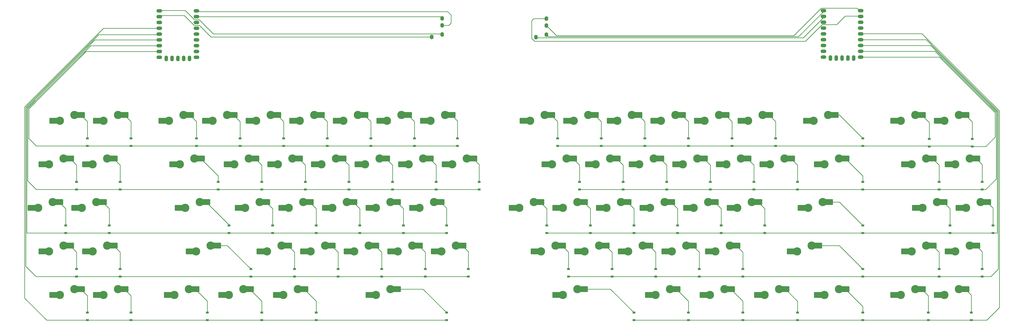
<source format=gbr>
G04 #@! TF.GenerationSoftware,KiCad,Pcbnew,8.0.1*
G04 #@! TF.CreationDate,2024-04-01T00:03:47+00:00*
G04 #@! TF.ProjectId,SplitSync,53706c69-7453-4796-9e63-2e6b69636164,rev?*
G04 #@! TF.SameCoordinates,Original*
G04 #@! TF.FileFunction,Copper,L2,Bot*
G04 #@! TF.FilePolarity,Positive*
%FSLAX46Y46*%
G04 Gerber Fmt 4.6, Leading zero omitted, Abs format (unit mm)*
G04 Created by KiCad (PCBNEW 8.0.1) date 2024-04-01 00:03:47*
%MOMM*%
%LPD*%
G01*
G04 APERTURE LIST*
G04 Aperture macros list*
%AMRoundRect*
0 Rectangle with rounded corners*
0 $1 Rounding radius*
0 $2 $3 $4 $5 $6 $7 $8 $9 X,Y pos of 4 corners*
0 Add a 4 corners polygon primitive as box body*
4,1,4,$2,$3,$4,$5,$6,$7,$8,$9,$2,$3,0*
0 Add four circle primitives for the rounded corners*
1,1,$1+$1,$2,$3*
1,1,$1+$1,$4,$5*
1,1,$1+$1,$6,$7*
1,1,$1+$1,$8,$9*
0 Add four rect primitives between the rounded corners*
20,1,$1+$1,$2,$3,$4,$5,0*
20,1,$1+$1,$4,$5,$6,$7,0*
20,1,$1+$1,$6,$7,$8,$9,0*
20,1,$1+$1,$8,$9,$2,$3,0*%
G04 Aperture macros list end*
G04 #@! TA.AperFunction,SMDPad,CuDef*
%ADD10RoundRect,0.250000X-1.525000X-1.000000X1.525000X-1.000000X1.525000X1.000000X-1.525000X1.000000X0*%
G04 #@! TD*
G04 #@! TA.AperFunction,ComponentPad*
%ADD11C,3.600000*%
G04 #@! TD*
G04 #@! TA.AperFunction,ComponentPad*
%ADD12O,1.600000X2.000000*%
G04 #@! TD*
G04 #@! TA.AperFunction,ComponentPad*
%ADD13O,2.500000X1.500000*%
G04 #@! TD*
G04 #@! TA.AperFunction,ComponentPad*
%ADD14O,1.500000X2.500000*%
G04 #@! TD*
G04 #@! TA.AperFunction,SMDPad,CuDef*
%ADD15R,1.200000X0.900000*%
G04 #@! TD*
G04 #@! TA.AperFunction,Conductor*
%ADD16C,0.250000*%
G04 #@! TD*
G04 APERTURE END LIST*
D10*
X424931250Y-152300000D03*
D11*
X427706250Y-152300000D03*
X434056250Y-149760000D03*
D10*
X436836250Y-149760000D03*
X441598750Y-225960000D03*
D11*
X438818750Y-225960000D03*
X432468750Y-228500000D03*
D10*
X429693750Y-228500000D03*
X415405000Y-225960000D03*
D11*
X412625000Y-225960000D03*
X406275000Y-228500000D03*
D10*
X403500000Y-228500000D03*
X391592500Y-225960000D03*
D11*
X388812500Y-225960000D03*
X382462500Y-228500000D03*
D10*
X379687500Y-228500000D03*
X367780000Y-225960000D03*
D11*
X365000000Y-225960000D03*
X358650000Y-228500000D03*
D10*
X355875000Y-228500000D03*
X327298750Y-225960000D03*
D11*
X324518750Y-225960000D03*
X318168750Y-228500000D03*
D10*
X315393750Y-228500000D03*
X245636500Y-225960000D03*
D11*
X242856500Y-225960000D03*
X236506500Y-228500000D03*
D10*
X233731500Y-228500000D03*
X205155250Y-225960000D03*
D11*
X202375250Y-225960000D03*
X196025250Y-228500000D03*
D10*
X193250250Y-228500000D03*
X181342750Y-225960000D03*
D11*
X178562750Y-225960000D03*
X172212750Y-228500000D03*
D10*
X169437750Y-228500000D03*
X157530250Y-225960000D03*
D11*
X154750250Y-225960000D03*
X148400250Y-228500000D03*
D10*
X145625250Y-228500000D03*
X429692500Y-206910000D03*
D11*
X426912500Y-206910000D03*
X420562500Y-209450000D03*
D10*
X417787500Y-209450000D03*
X167055250Y-206910000D03*
D11*
X164275250Y-206910000D03*
X157925250Y-209450000D03*
D10*
X155150250Y-209450000D03*
X434455000Y-187860000D03*
D11*
X431675000Y-187860000D03*
X425325000Y-190400000D03*
D10*
X422550000Y-190400000D03*
X162292750Y-187860000D03*
D11*
X159512750Y-187860000D03*
X153162750Y-190400000D03*
D10*
X150387750Y-190400000D03*
X441598750Y-168810000D03*
D11*
X438818750Y-168810000D03*
X432468750Y-171350000D03*
D10*
X429693750Y-171350000D03*
X159911500Y-168810000D03*
D11*
X157131500Y-168810000D03*
X150781500Y-171350000D03*
D10*
X148006500Y-171350000D03*
X493986250Y-225960000D03*
D11*
X491206250Y-225960000D03*
X484856250Y-228500000D03*
D10*
X482081250Y-228500000D03*
X474936250Y-225960000D03*
D11*
X472156250Y-225960000D03*
X465806250Y-228500000D03*
D10*
X463031250Y-228500000D03*
X126574000Y-225960000D03*
D11*
X123794000Y-225960000D03*
X117444000Y-228500000D03*
D10*
X114669000Y-228500000D03*
X107524000Y-225960000D03*
D11*
X104744000Y-225960000D03*
X98394000Y-228500000D03*
D10*
X95619000Y-228500000D03*
X498748750Y-206910000D03*
D11*
X495968750Y-206910000D03*
X489618750Y-209450000D03*
D10*
X486843750Y-209450000D03*
X479698750Y-206910000D03*
D11*
X476918750Y-206910000D03*
X470568750Y-209450000D03*
D10*
X467793750Y-209450000D03*
X393973750Y-206910000D03*
D11*
X391193750Y-206910000D03*
X384843750Y-209450000D03*
D10*
X382068750Y-209450000D03*
X374923750Y-206910000D03*
D11*
X372143750Y-206910000D03*
X365793750Y-209450000D03*
D10*
X363018750Y-209450000D03*
X355873750Y-206910000D03*
D11*
X353093750Y-206910000D03*
X346743750Y-209450000D03*
D10*
X343968750Y-209450000D03*
X336823750Y-206910000D03*
D11*
X334043750Y-206910000D03*
X327693750Y-209450000D03*
D10*
X324918750Y-209450000D03*
X317773750Y-206910000D03*
D11*
X314993750Y-206910000D03*
X308643750Y-209450000D03*
D10*
X305868750Y-209450000D03*
X274211500Y-206910000D03*
D11*
X271431500Y-206910000D03*
X265081500Y-209450000D03*
D10*
X262306500Y-209450000D03*
X255161500Y-206910000D03*
D11*
X252381500Y-206910000D03*
X246031500Y-209450000D03*
D10*
X243256500Y-209450000D03*
X236111500Y-206910000D03*
D11*
X233331500Y-206910000D03*
X226981500Y-209450000D03*
D10*
X224206500Y-209450000D03*
X217061500Y-206910000D03*
D11*
X214281500Y-206910000D03*
X207931500Y-209450000D03*
D10*
X205156500Y-209450000D03*
X198011500Y-206910000D03*
D11*
X195231500Y-206910000D03*
X188881500Y-209450000D03*
D10*
X186106500Y-209450000D03*
X121811500Y-206910000D03*
D11*
X119031500Y-206910000D03*
X112681500Y-209450000D03*
D10*
X109906500Y-209450000D03*
X102761500Y-206910000D03*
D11*
X99981500Y-206910000D03*
X93631500Y-209450000D03*
D10*
X90856500Y-209450000D03*
X503511250Y-187860000D03*
D11*
X500731250Y-187860000D03*
X494381250Y-190400000D03*
D10*
X491606250Y-190400000D03*
X484461250Y-187860000D03*
D11*
X481681250Y-187860000D03*
X475331250Y-190400000D03*
D10*
X472556250Y-190400000D03*
X403498750Y-187860000D03*
D11*
X400718750Y-187860000D03*
X394368750Y-190400000D03*
D10*
X391593750Y-190400000D03*
X384448750Y-187860000D03*
D11*
X381668750Y-187860000D03*
X375318750Y-190400000D03*
D10*
X372543750Y-190400000D03*
X365398750Y-187860000D03*
D11*
X362618750Y-187860000D03*
X356268750Y-190400000D03*
D10*
X353493750Y-190400000D03*
X346348750Y-187860000D03*
D11*
X343568750Y-187860000D03*
X337218750Y-190400000D03*
D10*
X334443750Y-190400000D03*
X327298750Y-187860000D03*
D11*
X324518750Y-187860000D03*
X318168750Y-190400000D03*
D10*
X315393750Y-190400000D03*
X308248750Y-187860000D03*
D11*
X305468750Y-187860000D03*
X299118750Y-190400000D03*
D10*
X296343750Y-190400000D03*
X264686500Y-187860000D03*
D11*
X261906500Y-187860000D03*
X255556500Y-190400000D03*
D10*
X252781500Y-190400000D03*
X245636500Y-187860000D03*
D11*
X242856500Y-187860000D03*
X236506500Y-190400000D03*
D10*
X233731500Y-190400000D03*
X226586500Y-187860000D03*
D11*
X223806500Y-187860000D03*
X217456500Y-190400000D03*
D10*
X214681500Y-190400000D03*
X207536500Y-187860000D03*
D11*
X204756500Y-187860000D03*
X198406500Y-190400000D03*
D10*
X195631500Y-190400000D03*
X188486500Y-187860000D03*
D11*
X185706500Y-187860000D03*
X179356500Y-190400000D03*
D10*
X176581500Y-190400000D03*
X117049000Y-187860000D03*
D11*
X114269000Y-187860000D03*
X107919000Y-190400000D03*
D10*
X105144000Y-190400000D03*
X97999000Y-187860000D03*
D11*
X95219000Y-187860000D03*
X88869000Y-190400000D03*
D10*
X86094000Y-190400000D03*
X498748750Y-168810000D03*
D11*
X495968750Y-168810000D03*
X489618750Y-171350000D03*
D10*
X486843750Y-171350000D03*
X479698750Y-168810000D03*
D11*
X476918750Y-168810000D03*
X470568750Y-171350000D03*
D10*
X467793750Y-171350000D03*
X417786250Y-168810000D03*
D11*
X415006250Y-168810000D03*
X408656250Y-171350000D03*
D10*
X405881250Y-171350000D03*
X398736250Y-168810000D03*
D11*
X395956250Y-168810000D03*
X389606250Y-171350000D03*
D10*
X386831250Y-171350000D03*
X379686250Y-168810000D03*
D11*
X376906250Y-168810000D03*
X370556250Y-171350000D03*
D10*
X367781250Y-171350000D03*
X360636250Y-168810000D03*
D11*
X357856250Y-168810000D03*
X351506250Y-171350000D03*
D10*
X348731250Y-171350000D03*
X341586250Y-168810000D03*
D11*
X338806250Y-168810000D03*
X332456250Y-171350000D03*
D10*
X329681250Y-171350000D03*
X322536250Y-168810000D03*
D11*
X319756250Y-168810000D03*
X313406250Y-171350000D03*
D10*
X310631250Y-171350000D03*
X278974000Y-168810000D03*
D11*
X276194000Y-168810000D03*
X269844000Y-171350000D03*
D10*
X267069000Y-171350000D03*
X259924000Y-168810000D03*
D11*
X257144000Y-168810000D03*
X250794000Y-171350000D03*
D10*
X248019000Y-171350000D03*
X240874000Y-168810000D03*
D11*
X238094000Y-168810000D03*
X231744000Y-171350000D03*
D10*
X228969000Y-171350000D03*
X221824000Y-168810000D03*
D11*
X219044000Y-168810000D03*
X212694000Y-171350000D03*
D10*
X209919000Y-171350000D03*
X202774000Y-168810000D03*
D11*
X199994000Y-168810000D03*
X193644000Y-171350000D03*
D10*
X190869000Y-171350000D03*
X183724000Y-168810000D03*
D11*
X180944000Y-168810000D03*
X174594000Y-171350000D03*
D10*
X171819000Y-171350000D03*
X121811500Y-168810000D03*
D11*
X119031500Y-168810000D03*
X112681500Y-171350000D03*
D10*
X109906500Y-171350000D03*
X102761500Y-168810000D03*
D11*
X99981500Y-168810000D03*
X93631500Y-171350000D03*
D10*
X90856500Y-171350000D03*
X493986250Y-149760000D03*
D11*
X491206250Y-149760000D03*
X484856250Y-152300000D03*
D10*
X482081250Y-152300000D03*
X474936250Y-149760000D03*
D11*
X472156250Y-149760000D03*
X465806250Y-152300000D03*
D10*
X463031250Y-152300000D03*
X408261250Y-149760000D03*
D11*
X405481250Y-149760000D03*
X399131250Y-152300000D03*
D10*
X396356250Y-152300000D03*
X389211250Y-149760000D03*
D11*
X386431250Y-149760000D03*
X380081250Y-152300000D03*
D10*
X377306250Y-152300000D03*
X370161250Y-149760000D03*
D11*
X367381250Y-149760000D03*
X361031250Y-152300000D03*
D10*
X358256250Y-152300000D03*
X351111250Y-149760000D03*
D11*
X348331250Y-149760000D03*
X341981250Y-152300000D03*
D10*
X339206250Y-152300000D03*
X332061250Y-149760000D03*
D11*
X329281250Y-149760000D03*
X322931250Y-152300000D03*
D10*
X320156250Y-152300000D03*
X313011250Y-149760000D03*
D11*
X310231250Y-149760000D03*
X303881250Y-152300000D03*
D10*
X301106250Y-152300000D03*
X269449000Y-149760000D03*
D11*
X266669000Y-149760000D03*
X260319000Y-152300000D03*
D10*
X257544000Y-152300000D03*
X250399000Y-149760000D03*
D11*
X247619000Y-149760000D03*
X241269000Y-152300000D03*
D10*
X238494000Y-152300000D03*
X231349000Y-149760000D03*
D11*
X228569000Y-149760000D03*
X222219000Y-152300000D03*
D10*
X219444000Y-152300000D03*
X212299000Y-149760000D03*
D11*
X209519000Y-149760000D03*
X203169000Y-152300000D03*
D10*
X200394000Y-152300000D03*
X193249000Y-149760000D03*
D11*
X190469000Y-149760000D03*
X184119000Y-152300000D03*
D10*
X181344000Y-152300000D03*
X174199000Y-149760000D03*
D11*
X171419000Y-149760000D03*
X165069000Y-152300000D03*
D10*
X162294000Y-152300000D03*
X155149000Y-149760000D03*
D11*
X152369000Y-149760000D03*
X146019000Y-152300000D03*
D10*
X143244000Y-152300000D03*
X126574000Y-149760000D03*
D11*
X123794000Y-149760000D03*
X117444000Y-152300000D03*
D10*
X114669000Y-152300000D03*
X107524000Y-149760000D03*
D11*
X104744000Y-149760000D03*
X98394000Y-152300000D03*
D10*
X95619000Y-152300000D03*
D12*
X310976938Y-107652500D03*
X310976938Y-110652500D03*
X310976938Y-114652500D03*
X306376938Y-115752500D03*
X265417446Y-107565000D03*
X265417446Y-110565000D03*
X265417446Y-114565000D03*
X260817446Y-115665000D03*
D13*
X432032696Y-104131069D03*
X432032696Y-106671069D03*
X432032696Y-109211069D03*
X432032696Y-111751069D03*
X432032696Y-114291069D03*
X432032696Y-116831069D03*
X432032696Y-119371069D03*
X432032696Y-121911069D03*
X432032696Y-124451069D03*
D14*
X435072696Y-124951069D03*
X437612696Y-124951069D03*
X440152696Y-124951069D03*
X442692696Y-124951069D03*
X445232696Y-124951069D03*
D13*
X448272696Y-124451069D03*
X448272696Y-121911069D03*
X448272696Y-119371069D03*
X448272696Y-116831069D03*
X448272696Y-114291069D03*
X448272696Y-111751069D03*
X448272696Y-109211069D03*
X448272696Y-106671069D03*
X448272696Y-104131069D03*
X158049000Y-104291069D03*
X158049000Y-106831069D03*
X158049000Y-109371069D03*
X158049000Y-111911069D03*
X158049000Y-114451069D03*
X158049000Y-116991069D03*
X158049000Y-119531069D03*
X158049000Y-122071069D03*
X158049000Y-124611069D03*
D14*
X155009000Y-125111069D03*
X152469000Y-125111069D03*
X149929000Y-125111069D03*
X147389000Y-125111069D03*
X144849000Y-125111069D03*
D13*
X141809000Y-124611069D03*
X141809000Y-122071069D03*
X141809000Y-119531069D03*
X141809000Y-116991069D03*
X141809000Y-114451069D03*
X141809000Y-111911069D03*
X141809000Y-109371069D03*
X141809000Y-106831069D03*
X141809000Y-104291069D03*
D15*
X401628750Y-179115000D03*
X401628750Y-182415000D03*
X158041500Y-160065000D03*
X158041500Y-163365000D03*
X344478750Y-179115000D03*
X344478750Y-182415000D03*
X105654000Y-179115000D03*
X105654000Y-182415000D03*
X373053750Y-160065000D03*
X373053750Y-163365000D03*
X124704000Y-217215000D03*
X124704000Y-220515000D03*
X363528750Y-179115000D03*
X363528750Y-182415000D03*
X110416500Y-160065000D03*
X110416500Y-163365000D03*
X449253750Y-217215000D03*
X449253750Y-220515000D03*
X210429000Y-198165000D03*
X210429000Y-201465000D03*
X420678750Y-236265000D03*
X420678750Y-239565000D03*
X248529000Y-198165000D03*
X248529000Y-201465000D03*
X281629000Y-179090000D03*
X281629000Y-182390000D03*
X406391250Y-198165000D03*
X406391250Y-201465000D03*
X110416500Y-236265000D03*
X110416500Y-239565000D03*
X196141500Y-160065000D03*
X196141500Y-163365000D03*
X449253750Y-198165000D03*
X449253750Y-201465000D03*
X349241250Y-236265000D03*
X349241250Y-239565000D03*
X186616500Y-236265000D03*
X186616500Y-239565000D03*
X234241500Y-160065000D03*
X234241500Y-163365000D03*
X243766500Y-179115000D03*
X243766500Y-182415000D03*
X210429000Y-236265000D03*
X210429000Y-239565000D03*
X478279000Y-163565000D03*
X478279000Y-160265000D03*
X167566500Y-179115000D03*
X167566500Y-182415000D03*
X377816250Y-217215000D03*
X377816250Y-220515000D03*
X339716250Y-217215000D03*
X339716250Y-220515000D03*
X124704000Y-179115000D03*
X124704000Y-182415000D03*
X172329000Y-198165000D03*
X172329000Y-201465000D03*
X258054000Y-217215000D03*
X258054000Y-220515000D03*
X396866250Y-217215000D03*
X396866250Y-220515000D03*
X272104000Y-160040000D03*
X272104000Y-163340000D03*
X229479000Y-198165000D03*
X229479000Y-201465000D03*
X497066750Y-163565000D03*
X497066750Y-160265000D03*
X411153750Y-160065000D03*
X411153750Y-163365000D03*
X349241250Y-198165000D03*
X349241250Y-201465000D03*
X191379000Y-198165000D03*
X191379000Y-201465000D03*
X482591250Y-179115000D03*
X482591250Y-182415000D03*
X177091500Y-160065000D03*
X177091500Y-163365000D03*
X119941500Y-198165000D03*
X119941500Y-201465000D03*
X449253750Y-236265000D03*
X449253750Y-239565000D03*
X129466500Y-160065000D03*
X129466500Y-163365000D03*
X354003750Y-160065000D03*
X354003750Y-163365000D03*
X420678750Y-179115000D03*
X420678750Y-182415000D03*
X239004000Y-217215000D03*
X239004000Y-220515000D03*
X262816500Y-179115000D03*
X262816500Y-182415000D03*
X477828750Y-236265000D03*
X477828750Y-239565000D03*
X387341250Y-198165000D03*
X387341250Y-201465000D03*
X215191500Y-160065000D03*
X215191500Y-163365000D03*
X496616500Y-236265000D03*
X496616500Y-239565000D03*
X253291500Y-160065000D03*
X253291500Y-163365000D03*
X320666250Y-217215000D03*
X320666250Y-220515000D03*
X368291250Y-198165000D03*
X368291250Y-201465000D03*
X200904000Y-217215000D03*
X200904000Y-220515000D03*
X334953750Y-160065000D03*
X334953750Y-163365000D03*
X449253750Y-160065000D03*
X449253750Y-163365000D03*
X487353750Y-198165000D03*
X487353750Y-201465000D03*
X482591250Y-217215000D03*
X482591250Y-220515000D03*
X162804000Y-236265000D03*
X162804000Y-239565000D03*
X129466500Y-236265000D03*
X129466500Y-239565000D03*
X501379000Y-217215000D03*
X501379000Y-220515000D03*
X325428750Y-179115000D03*
X325428750Y-182415000D03*
X396866250Y-236265000D03*
X396866250Y-239565000D03*
X224716500Y-179115000D03*
X224716500Y-182415000D03*
X358766250Y-217215000D03*
X358766250Y-220515000D03*
X311141250Y-198165000D03*
X311141250Y-201465000D03*
X449253750Y-179115000D03*
X449253750Y-182415000D03*
X100891500Y-198165000D03*
X100891500Y-201465000D03*
X181854000Y-217215000D03*
X181854000Y-220515000D03*
X382578750Y-179115000D03*
X382578750Y-182415000D03*
X501379000Y-179115000D03*
X501379000Y-182415000D03*
X330191250Y-198165000D03*
X330191250Y-201465000D03*
X105654000Y-217215000D03*
X105654000Y-220515000D03*
X186616500Y-179115000D03*
X186616500Y-182415000D03*
X392103750Y-160065000D03*
X392103750Y-163365000D03*
X267341500Y-198140000D03*
X267341500Y-201440000D03*
X219954000Y-217215000D03*
X219954000Y-220515000D03*
X315903750Y-160065000D03*
X315903750Y-163365000D03*
X205666500Y-179115000D03*
X205666500Y-182415000D03*
X267341500Y-236240000D03*
X267341500Y-239540000D03*
X506141500Y-198165000D03*
X506141500Y-201465000D03*
X276866500Y-217190000D03*
X276866500Y-220490000D03*
X373053750Y-236265000D03*
X373053750Y-239565000D03*
D16*
X142825069Y-106315000D02*
X142309000Y-106831069D01*
X157013325Y-110565000D02*
X152763325Y-106315000D01*
X159304000Y-110565000D02*
X157013325Y-110565000D01*
X164404000Y-115665000D02*
X159304000Y-110565000D01*
X152763325Y-106315000D02*
X142825069Y-106315000D01*
X260817446Y-115665000D02*
X164404000Y-115665000D01*
X153158326Y-104065000D02*
X142535069Y-104065000D01*
X157158326Y-108065000D02*
X153158326Y-104065000D01*
X159153211Y-108065000D02*
X157158326Y-108065000D01*
X165428211Y-114340000D02*
X159153211Y-108065000D01*
X265192446Y-114340000D02*
X165428211Y-114340000D01*
X441554000Y-106565000D02*
X447666627Y-106565000D01*
X437832931Y-110286069D02*
X441554000Y-106565000D01*
X305804000Y-117565000D02*
X424198485Y-117565000D01*
X304554000Y-116315000D02*
X305804000Y-117565000D01*
X304554000Y-108565000D02*
X304554000Y-116315000D01*
X431477416Y-110286069D02*
X437832931Y-110286069D01*
X305466500Y-107652500D02*
X304554000Y-108565000D01*
X424198485Y-117565000D02*
X431477416Y-110286069D01*
X310976938Y-107652500D02*
X305466500Y-107652500D01*
X446697696Y-103056069D02*
X447772696Y-104131069D01*
X431087416Y-103056069D02*
X446697696Y-103056069D01*
X315401938Y-115077500D02*
X419065985Y-115077500D01*
X419065985Y-115077500D02*
X431087416Y-103056069D01*
X310976938Y-110652500D02*
X315401938Y-115077500D01*
X421136265Y-115527500D02*
X432532696Y-104131069D01*
X311851938Y-115527500D02*
X421136265Y-115527500D01*
X310976938Y-114652500D02*
X311851938Y-115527500D01*
X423226265Y-115977500D02*
X432532696Y-106671069D01*
X306601938Y-115977500D02*
X423226265Y-115977500D01*
X265417446Y-107565000D02*
X264683515Y-106831069D01*
X264683515Y-106831069D02*
X157549000Y-106831069D01*
X267804000Y-104565000D02*
X157822931Y-104565000D01*
X269304000Y-109565000D02*
X269304000Y-106065000D01*
X268304000Y-110565000D02*
X269304000Y-109565000D01*
X269304000Y-106065000D02*
X267804000Y-104565000D01*
X265417446Y-110565000D02*
X268304000Y-110565000D01*
X505228765Y-220515000D02*
X508442696Y-217301069D01*
X501379000Y-220515000D02*
X505228765Y-220515000D01*
X508442696Y-217301069D02*
X508442696Y-148237465D01*
X508442696Y-148237465D02*
X477036300Y-116831069D01*
X477036300Y-116831069D02*
X447772696Y-116831069D01*
X507542696Y-148610257D02*
X480843508Y-121911069D01*
X480843508Y-121911069D02*
X447772696Y-121911069D01*
X507542696Y-177801069D02*
X507542696Y-148610257D01*
X502928765Y-182415000D02*
X507542696Y-177801069D01*
X501379000Y-182415000D02*
X502928765Y-182415000D01*
X482747112Y-124451069D02*
X447772696Y-124451069D01*
X507092696Y-148796653D02*
X482747112Y-124451069D01*
X502978765Y-163565000D02*
X507092696Y-159451069D01*
X497066750Y-163565000D02*
X502978765Y-163565000D01*
X507092696Y-159451069D02*
X507092696Y-148796653D01*
X117432696Y-111911069D02*
X142309000Y-111911069D01*
X92606627Y-239565000D02*
X82992696Y-229951069D01*
X110416500Y-239565000D02*
X92606627Y-239565000D01*
X82992696Y-229951069D02*
X82992696Y-146351069D01*
X82992696Y-146351069D02*
X117432696Y-111911069D01*
X115310894Y-114669267D02*
X142090802Y-114669267D01*
X83442696Y-146537465D02*
X115310894Y-114669267D01*
X83442696Y-216001069D02*
X83442696Y-146537465D01*
X105654000Y-220515000D02*
X87956627Y-220515000D01*
X87956627Y-220515000D02*
X83442696Y-216001069D01*
X113625488Y-116991069D02*
X142309000Y-116991069D01*
X83892696Y-201465000D02*
X83892696Y-146723861D01*
X100891500Y-201465000D02*
X83892696Y-201465000D01*
X83892696Y-146723861D02*
X113625488Y-116991069D01*
X84342696Y-146910257D02*
X111801884Y-119451069D01*
X88056627Y-182415000D02*
X84342696Y-178701069D01*
X105654000Y-182415000D02*
X88056627Y-182415000D01*
X84342696Y-178701069D02*
X84342696Y-146910257D01*
X111801884Y-119451069D02*
X142229000Y-119451069D01*
X84792696Y-147096653D02*
X109818280Y-122071069D01*
X109818280Y-122071069D02*
X142309000Y-122071069D01*
X84792696Y-160151069D02*
X84792696Y-147096653D01*
X88006627Y-163365000D02*
X84792696Y-160151069D01*
X110416500Y-163365000D02*
X88006627Y-163365000D01*
X508892696Y-148051069D02*
X475092696Y-114251069D01*
X475092696Y-114251069D02*
X447812696Y-114251069D01*
X508892696Y-234051069D02*
X508892696Y-148051069D01*
X503378765Y-239565000D02*
X508892696Y-234051069D01*
X496616500Y-239565000D02*
X503378765Y-239565000D01*
X478939904Y-119371069D02*
X447772696Y-119371069D01*
X507992696Y-201465000D02*
X507992696Y-148423861D01*
X507992696Y-148423861D02*
X478939904Y-119371069D01*
X506141500Y-201465000D02*
X507992696Y-201465000D01*
X110416500Y-152652500D02*
X110416500Y-160065000D01*
X107524000Y-149760000D02*
X110416500Y-152652500D01*
X126574000Y-149760000D02*
X129466500Y-152652500D01*
X129466500Y-152652500D02*
X129466500Y-160065000D01*
X158041500Y-152652500D02*
X158041500Y-160065000D01*
X155149000Y-149760000D02*
X158041500Y-152652500D01*
X174199000Y-149760000D02*
X177091500Y-152652500D01*
X177091500Y-152652500D02*
X177091500Y-160065000D01*
X193249000Y-149760000D02*
X196141500Y-152652500D01*
X196141500Y-152652500D02*
X196141500Y-160065000D01*
X212299000Y-149760000D02*
X215191500Y-152652500D01*
X215191500Y-152652500D02*
X215191500Y-160065000D01*
X231349000Y-149760000D02*
X234241500Y-152652500D01*
X234241500Y-152652500D02*
X234241500Y-160065000D01*
X250399000Y-149760000D02*
X253291500Y-152652500D01*
X253291500Y-152652500D02*
X253291500Y-160065000D01*
X269449000Y-149760000D02*
X272104000Y-152415000D01*
X272104000Y-152415000D02*
X272104000Y-160040000D01*
X105654000Y-171702500D02*
X105654000Y-179115000D01*
X102761500Y-168810000D02*
X105654000Y-171702500D01*
X124704000Y-171702500D02*
X124704000Y-179115000D01*
X121811500Y-168810000D02*
X124704000Y-171702500D01*
X159911500Y-168810000D02*
X167566500Y-176465000D01*
X167566500Y-176465000D02*
X167566500Y-179115000D01*
X183724000Y-168810000D02*
X186616500Y-171702500D01*
X186616500Y-171702500D02*
X186616500Y-179115000D01*
X202774000Y-168810000D02*
X205666500Y-171702500D01*
X205666500Y-171702500D02*
X205666500Y-179115000D01*
X221824000Y-168810000D02*
X224716500Y-171702500D01*
X224716500Y-171702500D02*
X224716500Y-179115000D01*
X240874000Y-168810000D02*
X243766500Y-171702500D01*
X243766500Y-171702500D02*
X243766500Y-179115000D01*
X259924000Y-168810000D02*
X262816500Y-171702500D01*
X262816500Y-171702500D02*
X262816500Y-179115000D01*
X278974000Y-168810000D02*
X281629000Y-171465000D01*
X281629000Y-171465000D02*
X281629000Y-179090000D01*
X97999000Y-187860000D02*
X100891500Y-190752500D01*
X100891500Y-190752500D02*
X100891500Y-198165000D01*
X117049000Y-187860000D02*
X119941500Y-190752500D01*
X119941500Y-190752500D02*
X119941500Y-198165000D01*
X162292750Y-187860000D02*
X172329000Y-197896250D01*
X188486500Y-187860000D02*
X191379000Y-190752500D01*
X191379000Y-190752500D02*
X191379000Y-198165000D01*
X207536500Y-187860000D02*
X210429000Y-190752500D01*
X210429000Y-190752500D02*
X210429000Y-198165000D01*
X226586500Y-187860000D02*
X229479000Y-190752500D01*
X229479000Y-190752500D02*
X229479000Y-198165000D01*
X245636500Y-187860000D02*
X248529000Y-190752500D01*
X248529000Y-190752500D02*
X248529000Y-198165000D01*
X264686500Y-187860000D02*
X267341500Y-190515000D01*
X267341500Y-190515000D02*
X267341500Y-198140000D01*
X102761500Y-206910000D02*
X105654000Y-209802500D01*
X105654000Y-209802500D02*
X105654000Y-217215000D01*
X121811500Y-206910000D02*
X124704000Y-209802500D01*
X124704000Y-209802500D02*
X124704000Y-217215000D01*
X167055250Y-206910000D02*
X171549000Y-206910000D01*
X171549000Y-206910000D02*
X181854000Y-217215000D01*
X257061500Y-225960000D02*
X267341500Y-236240000D01*
X245636500Y-225960000D02*
X257061500Y-225960000D01*
X205155250Y-225960000D02*
X210429000Y-231233750D01*
X210429000Y-231233750D02*
X210429000Y-236265000D01*
X181342750Y-225960000D02*
X186616500Y-231233750D01*
X186616500Y-231233750D02*
X186616500Y-236265000D01*
X157530250Y-225960000D02*
X162804000Y-231233750D01*
X162804000Y-231233750D02*
X162804000Y-236265000D01*
X198011500Y-206910000D02*
X200904000Y-209802500D01*
X200904000Y-209802500D02*
X200904000Y-217215000D01*
X219954000Y-209802500D02*
X219954000Y-217215000D01*
X217061500Y-206910000D02*
X219954000Y-209802500D01*
X236111500Y-206910000D02*
X239004000Y-209802500D01*
X239004000Y-209802500D02*
X239004000Y-217215000D01*
X255161500Y-206910000D02*
X258054000Y-209802500D01*
X258054000Y-209802500D02*
X258054000Y-217215000D01*
X274211500Y-206910000D02*
X276866500Y-209565000D01*
X276866500Y-209565000D02*
X276866500Y-217190000D01*
X126574000Y-225960000D02*
X129466500Y-228852500D01*
X129466500Y-228852500D02*
X129466500Y-236265000D01*
X107524000Y-225960000D02*
X110416500Y-228852500D01*
X110416500Y-228852500D02*
X110416500Y-236265000D01*
X267341500Y-239540000D02*
X110441500Y-239540000D01*
X349241250Y-239565000D02*
X496616500Y-239565000D01*
X496616500Y-228590250D02*
X496616500Y-236265000D01*
X493986250Y-225960000D02*
X496616500Y-228590250D01*
X477828750Y-228852500D02*
X477828750Y-236265000D01*
X474936250Y-225960000D02*
X477828750Y-228852500D01*
X449253750Y-233615000D02*
X449253750Y-236265000D01*
X441598750Y-225960000D02*
X449253750Y-233615000D01*
X420678750Y-231233750D02*
X420678750Y-236265000D01*
X415405000Y-225960000D02*
X420678750Y-231233750D01*
X396866250Y-231233750D02*
X396866250Y-236265000D01*
X391592500Y-225960000D02*
X396866250Y-231233750D01*
X373053750Y-231233750D02*
X373053750Y-236265000D01*
X367780000Y-225960000D02*
X373053750Y-231233750D01*
X338936250Y-225960000D02*
X349241250Y-236265000D01*
X327298750Y-225960000D02*
X338936250Y-225960000D01*
X276866500Y-220490000D02*
X105679000Y-220490000D01*
X501379000Y-220515000D02*
X320666250Y-220515000D01*
X501379000Y-209540250D02*
X501379000Y-217215000D01*
X498748750Y-206910000D02*
X501379000Y-209540250D01*
X482591250Y-209802500D02*
X482591250Y-217215000D01*
X479698750Y-206910000D02*
X482591250Y-209802500D01*
X438948750Y-206910000D02*
X449253750Y-217215000D01*
X429692500Y-206910000D02*
X438948750Y-206910000D01*
X396866250Y-209802500D02*
X396866250Y-217215000D01*
X393973750Y-206910000D02*
X396866250Y-209802500D01*
X374923750Y-206910000D02*
X377816250Y-209802500D01*
X377816250Y-209802500D02*
X377816250Y-217215000D01*
X358766250Y-209802500D02*
X358766250Y-217215000D01*
X355873750Y-206910000D02*
X358766250Y-209802500D01*
X336823750Y-206910000D02*
X339716250Y-209802500D01*
X339716250Y-209802500D02*
X339716250Y-217215000D01*
X317773750Y-206910000D02*
X320666250Y-209802500D01*
X320666250Y-209802500D02*
X320666250Y-217215000D01*
X267341500Y-201440000D02*
X100916500Y-201440000D01*
X506141500Y-201465000D02*
X311141250Y-201465000D01*
X506141500Y-190490250D02*
X506141500Y-198165000D01*
X503511250Y-187860000D02*
X506141500Y-190490250D01*
X487353750Y-190752500D02*
X487353750Y-198165000D01*
X484461250Y-187860000D02*
X487353750Y-190752500D01*
X438948750Y-187860000D02*
X449253750Y-198165000D01*
X434455000Y-187860000D02*
X438948750Y-187860000D01*
X406391250Y-190752500D02*
X406391250Y-198165000D01*
X403498750Y-187860000D02*
X406391250Y-190752500D01*
X387341250Y-190752500D02*
X387341250Y-198165000D01*
X384448750Y-187860000D02*
X387341250Y-190752500D01*
X368291250Y-190752500D02*
X368291250Y-198165000D01*
X365398750Y-187860000D02*
X368291250Y-190752500D01*
X349241250Y-190752500D02*
X349241250Y-198165000D01*
X346348750Y-187860000D02*
X349241250Y-190752500D01*
X330191250Y-190752500D02*
X330191250Y-198165000D01*
X327298750Y-187860000D02*
X330191250Y-190752500D01*
X311141250Y-190752500D02*
X311141250Y-198165000D01*
X308248750Y-187860000D02*
X311141250Y-190752500D01*
X281629000Y-182390000D02*
X105679000Y-182390000D01*
X501379000Y-182415000D02*
X325428750Y-182415000D01*
X449253750Y-163365000D02*
X496866750Y-163365000D01*
X315903750Y-163365000D02*
X449253750Y-163365000D01*
X110416500Y-163365000D02*
X272079000Y-163365000D01*
X325428750Y-171702500D02*
X325428750Y-179115000D01*
X322536250Y-168810000D02*
X325428750Y-171702500D01*
X341586250Y-168810000D02*
X344478750Y-171702500D01*
X344478750Y-171702500D02*
X344478750Y-179115000D01*
X363528750Y-171702500D02*
X363528750Y-179115000D01*
X360636250Y-168810000D02*
X363528750Y-171702500D01*
X382578750Y-171702500D02*
X382578750Y-179115000D01*
X379686250Y-168810000D02*
X382578750Y-171702500D01*
X401628750Y-171702500D02*
X401628750Y-179115000D01*
X398736250Y-168810000D02*
X401628750Y-171702500D01*
X420678750Y-171702500D02*
X420678750Y-179115000D01*
X417786250Y-168810000D02*
X420678750Y-171702500D01*
X449253750Y-176465000D02*
X449253750Y-179115000D01*
X441598750Y-168810000D02*
X449253750Y-176465000D01*
X482591250Y-171702500D02*
X482591250Y-179115000D01*
X479698750Y-168810000D02*
X482591250Y-171702500D01*
X501379000Y-171440250D02*
X501379000Y-179115000D01*
X498748750Y-168810000D02*
X501379000Y-171440250D01*
X497066750Y-152840500D02*
X497066750Y-160265000D01*
X493986250Y-149760000D02*
X497066750Y-152840500D01*
X474936250Y-149760000D02*
X478279000Y-153102750D01*
X478279000Y-153102750D02*
X478279000Y-160265000D01*
X438948750Y-149760000D02*
X449253750Y-160065000D01*
X436836250Y-149760000D02*
X438948750Y-149760000D01*
X411153750Y-152652500D02*
X411153750Y-160065000D01*
X408261250Y-149760000D02*
X411153750Y-152652500D01*
X389211250Y-149760000D02*
X392103750Y-152652500D01*
X392103750Y-152652500D02*
X392103750Y-160065000D01*
X370161250Y-149760000D02*
X373053750Y-152652500D01*
X373053750Y-152652500D02*
X373053750Y-160065000D01*
X354003750Y-152652500D02*
X354003750Y-160065000D01*
X351111250Y-149760000D02*
X354003750Y-152652500D01*
X334953750Y-152652500D02*
X334953750Y-160065000D01*
X332061250Y-149760000D02*
X334953750Y-152652500D01*
X315903750Y-152652500D02*
X315903750Y-160065000D01*
X313011250Y-149760000D02*
X315903750Y-152652500D01*
M02*

</source>
